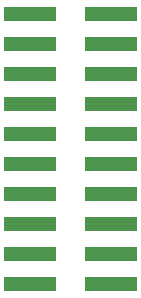
<source format=gbr>
%TF.GenerationSoftware,KiCad,Pcbnew,7.0.7-dirty*%
%TF.CreationDate,2023-09-27T11:33:23-05:00*%
%TF.ProjectId,BBB_JTAG_CTI20_SMT_TI20_SMT,4242425f-4a54-4414-975f-43544932305f,rev?*%
%TF.SameCoordinates,Original*%
%TF.FileFunction,Soldermask,Top*%
%TF.FilePolarity,Negative*%
%FSLAX46Y46*%
G04 Gerber Fmt 4.6, Leading zero omitted, Abs format (unit mm)*
G04 Created by KiCad (PCBNEW 7.0.7-dirty) date 2023-09-27 11:33:23*
%MOMM*%
%LPD*%
G01*
G04 APERTURE LIST*
G04 Aperture macros list*
%AMRoundRect*
0 Rectangle with rounded corners*
0 $1 Rounding radius*
0 $2 $3 $4 $5 $6 $7 $8 $9 X,Y pos of 4 corners*
0 Add a 4 corners polygon primitive as box body*
4,1,4,$2,$3,$4,$5,$6,$7,$8,$9,$2,$3,0*
0 Add four circle primitives for the rounded corners*
1,1,$1+$1,$2,$3*
1,1,$1+$1,$4,$5*
1,1,$1+$1,$6,$7*
1,1,$1+$1,$8,$9*
0 Add four rect primitives between the rounded corners*
20,1,$1+$1,$2,$3,$4,$5,0*
20,1,$1+$1,$4,$5,$6,$7,0*
20,1,$1+$1,$6,$7,$8,$9,0*
20,1,$1+$1,$8,$9,$2,$3,0*%
G04 Aperture macros list end*
%ADD10RoundRect,0.076200X-2.150000X0.510000X-2.150000X-0.510000X2.150000X-0.510000X2.150000X0.510000X0*%
G04 APERTURE END LIST*
D10*
%TO.C,P2*%
X151951100Y-116433600D03*
X151951100Y-113893600D03*
X151951100Y-111353600D03*
X151951100Y-108813600D03*
X151951100Y-106273600D03*
X151951100Y-103733600D03*
X151951100Y-101193600D03*
X151951100Y-98653600D03*
X151951100Y-96113600D03*
X151951100Y-93573600D03*
X145051100Y-116433600D03*
X145051100Y-113893600D03*
X145051100Y-111353600D03*
X145051100Y-108813600D03*
X145051100Y-106273600D03*
X145051100Y-103733600D03*
X145051100Y-101193600D03*
X145051100Y-98653600D03*
X145051100Y-96113600D03*
X145051100Y-93573600D03*
%TD*%
M02*

</source>
